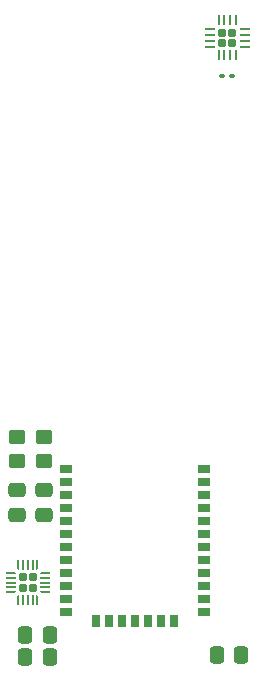
<source format=gtp>
G04 #@! TF.GenerationSoftware,KiCad,Pcbnew,8.0.2-8.0.2-0~ubuntu22.04.1*
G04 #@! TF.CreationDate,2024-05-30T09:26:34-06:00*
G04 #@! TF.ProjectId,sensor_sigfox_1.2,73656e73-6f72-45f7-9369-67666f785f31,rev?*
G04 #@! TF.SameCoordinates,Original*
G04 #@! TF.FileFunction,Paste,Top*
G04 #@! TF.FilePolarity,Positive*
%FSLAX46Y46*%
G04 Gerber Fmt 4.6, Leading zero omitted, Abs format (unit mm)*
G04 Created by KiCad (PCBNEW 8.0.2-8.0.2-0~ubuntu22.04.1) date 2024-05-30 09:26:34*
%MOMM*%
%LPD*%
G01*
G04 APERTURE LIST*
G04 Aperture macros list*
%AMRoundRect*
0 Rectangle with rounded corners*
0 $1 Rounding radius*
0 $2 $3 $4 $5 $6 $7 $8 $9 X,Y pos of 4 corners*
0 Add a 4 corners polygon primitive as box body*
4,1,4,$2,$3,$4,$5,$6,$7,$8,$9,$2,$3,0*
0 Add four circle primitives for the rounded corners*
1,1,$1+$1,$2,$3*
1,1,$1+$1,$4,$5*
1,1,$1+$1,$6,$7*
1,1,$1+$1,$8,$9*
0 Add four rect primitives between the rounded corners*
20,1,$1+$1,$2,$3,$4,$5,0*
20,1,$1+$1,$4,$5,$6,$7,0*
20,1,$1+$1,$6,$7,$8,$9,0*
20,1,$1+$1,$8,$9,$2,$3,0*%
%AMFreePoly0*
4,1,14,0.334644,0.085355,0.385355,0.034644,0.400000,-0.000711,0.400000,-0.050000,0.385355,-0.085355,0.350000,-0.100000,-0.350000,-0.100000,-0.385355,-0.085355,-0.400000,-0.050000,-0.400000,0.050000,-0.385355,0.085355,-0.350000,0.100000,0.299289,0.100000,0.334644,0.085355,0.334644,0.085355,$1*%
%AMFreePoly1*
4,1,14,0.385355,0.085355,0.400000,0.050000,0.400000,0.000711,0.385355,-0.034644,0.334644,-0.085355,0.299289,-0.100000,-0.350000,-0.100000,-0.385355,-0.085355,-0.400000,-0.050000,-0.400000,0.050000,-0.385355,0.085355,-0.350000,0.100000,0.350000,0.100000,0.385355,0.085355,0.385355,0.085355,$1*%
%AMFreePoly2*
4,1,14,0.085355,0.385355,0.100000,0.350000,0.100000,-0.350000,0.085355,-0.385355,0.050000,-0.400000,-0.050000,-0.400000,-0.085355,-0.385355,-0.100000,-0.350000,-0.100000,0.299289,-0.085355,0.334644,-0.034644,0.385355,0.000711,0.400000,0.050000,0.400000,0.085355,0.385355,0.085355,0.385355,$1*%
%AMFreePoly3*
4,1,14,0.034644,0.385355,0.085355,0.334644,0.100000,0.299289,0.100000,-0.350000,0.085355,-0.385355,0.050000,-0.400000,-0.050000,-0.400000,-0.085355,-0.385355,-0.100000,-0.350000,-0.100000,0.350000,-0.085355,0.385355,-0.050000,0.400000,-0.000711,0.400000,0.034644,0.385355,0.034644,0.385355,$1*%
%AMFreePoly4*
4,1,14,0.385355,0.085355,0.400000,0.050000,0.400000,-0.050000,0.385355,-0.085355,0.350000,-0.100000,-0.299289,-0.100000,-0.334644,-0.085355,-0.385355,-0.034644,-0.400000,0.000711,-0.400000,0.050000,-0.385355,0.085355,-0.350000,0.100000,0.350000,0.100000,0.385355,0.085355,0.385355,0.085355,$1*%
%AMFreePoly5*
4,1,14,0.385355,0.085355,0.400000,0.050000,0.400000,-0.050000,0.385355,-0.085355,0.350000,-0.100000,-0.350000,-0.100000,-0.385355,-0.085355,-0.400000,-0.050000,-0.400000,-0.000711,-0.385355,0.034644,-0.334644,0.085355,-0.299289,0.100000,0.350000,0.100000,0.385355,0.085355,0.385355,0.085355,$1*%
%AMFreePoly6*
4,1,14,0.085355,0.385355,0.100000,0.350000,0.100000,-0.299289,0.085355,-0.334644,0.034644,-0.385355,-0.000711,-0.400000,-0.050000,-0.400000,-0.085355,-0.385355,-0.100000,-0.350000,-0.100000,0.350000,-0.085355,0.385355,-0.050000,0.400000,0.050000,0.400000,0.085355,0.385355,0.085355,0.385355,$1*%
%AMFreePoly7*
4,1,14,0.085355,0.385355,0.100000,0.350000,0.100000,-0.350000,0.085355,-0.385355,0.050000,-0.400000,0.000711,-0.400000,-0.034644,-0.385355,-0.085355,-0.334644,-0.100000,-0.299289,-0.100000,0.350000,-0.085355,0.385355,-0.050000,0.400000,0.050000,0.400000,0.085355,0.385355,0.085355,0.385355,$1*%
G04 Aperture macros list end*
%ADD10RoundRect,0.250000X-0.337500X-0.475000X0.337500X-0.475000X0.337500X0.475000X-0.337500X0.475000X0*%
%ADD11RoundRect,0.172500X-0.172500X-0.172500X0.172500X-0.172500X0.172500X0.172500X-0.172500X0.172500X0*%
%ADD12RoundRect,0.062500X-0.350000X-0.062500X0.350000X-0.062500X0.350000X0.062500X-0.350000X0.062500X0*%
%ADD13RoundRect,0.062500X-0.062500X-0.350000X0.062500X-0.350000X0.062500X0.350000X-0.062500X0.350000X0*%
%ADD14RoundRect,0.250000X0.450000X-0.350000X0.450000X0.350000X-0.450000X0.350000X-0.450000X-0.350000X0*%
%ADD15RoundRect,0.090000X-0.139000X-0.090000X0.139000X-0.090000X0.139000X0.090000X-0.139000X0.090000X0*%
%ADD16RoundRect,0.250000X-0.475000X0.337500X-0.475000X-0.337500X0.475000X-0.337500X0.475000X0.337500X0*%
%ADD17RoundRect,0.250000X0.337500X0.475000X-0.337500X0.475000X-0.337500X-0.475000X0.337500X-0.475000X0*%
%ADD18R,1.000000X0.700000*%
%ADD19R,0.700000X1.000000*%
%ADD20RoundRect,0.172500X0.172500X-0.172500X0.172500X0.172500X-0.172500X0.172500X-0.172500X-0.172500X0*%
%ADD21FreePoly0,90.000000*%
%ADD22RoundRect,0.050000X0.050000X-0.350000X0.050000X0.350000X-0.050000X0.350000X-0.050000X-0.350000X0*%
%ADD23FreePoly1,90.000000*%
%ADD24FreePoly2,90.000000*%
%ADD25RoundRect,0.050000X0.350000X-0.050000X0.350000X0.050000X-0.350000X0.050000X-0.350000X-0.050000X0*%
%ADD26FreePoly3,90.000000*%
%ADD27FreePoly4,90.000000*%
%ADD28FreePoly5,90.000000*%
%ADD29FreePoly6,90.000000*%
%ADD30FreePoly7,90.000000*%
G04 APERTURE END LIST*
D10*
X120127500Y-88889000D03*
X122202500Y-88889000D03*
D11*
X136800000Y-37916802D03*
X136800000Y-38766802D03*
X137650000Y-37916802D03*
X137650000Y-38766802D03*
D12*
X135762500Y-37591802D03*
X135762500Y-38091802D03*
X135762500Y-38591802D03*
X135762500Y-39091802D03*
D13*
X136475000Y-39804302D03*
X136975000Y-39804302D03*
X137475000Y-39804302D03*
X137975000Y-39804302D03*
D12*
X138687500Y-39091802D03*
X138687500Y-38591802D03*
X138687500Y-38091802D03*
X138687500Y-37591802D03*
D13*
X137975000Y-36879302D03*
X137475000Y-36879302D03*
X136975000Y-36879302D03*
X136475000Y-36879302D03*
D10*
X120127500Y-90786000D03*
X122202500Y-90786000D03*
D14*
X119415000Y-74139000D03*
X119415000Y-72139000D03*
D15*
X137642000Y-41585802D03*
X136777000Y-41585802D03*
D16*
X119415000Y-76639000D03*
X119415000Y-78714000D03*
X121665000Y-76639000D03*
X121665000Y-78714000D03*
D17*
X138415000Y-90639000D03*
X136340000Y-90639000D03*
D18*
X123555000Y-74839000D03*
X123555000Y-75939000D03*
X123555000Y-77039000D03*
X123555000Y-78139000D03*
X123555000Y-79239000D03*
X123555000Y-80339000D03*
X123555000Y-81439000D03*
X123555000Y-82539000D03*
X123555000Y-83639000D03*
X123555000Y-84739000D03*
X123555000Y-85839000D03*
X123555000Y-86939000D03*
D19*
X126115000Y-87749000D03*
X127215000Y-87749000D03*
X128315000Y-87749000D03*
X129415000Y-87749000D03*
X130515000Y-87749000D03*
X131615000Y-87749000D03*
X132715000Y-87749000D03*
D18*
X135275000Y-86939000D03*
X135275000Y-85839000D03*
X135275000Y-84739000D03*
X135275000Y-83639000D03*
X135275000Y-82539000D03*
X135275000Y-81439000D03*
X135275000Y-80339000D03*
X135275000Y-79239000D03*
X135275000Y-78139000D03*
X135275000Y-77039000D03*
X135275000Y-75939000D03*
X135275000Y-74839000D03*
D14*
X121665000Y-74139000D03*
X121665000Y-72139000D03*
D20*
X119915000Y-84889000D03*
X120765000Y-84889000D03*
X119915000Y-84039000D03*
X120765000Y-84039000D03*
D21*
X119540000Y-85914000D03*
D22*
X119940000Y-85914000D03*
X120340000Y-85914000D03*
X120740000Y-85914000D03*
D23*
X121140000Y-85914000D03*
D24*
X121790000Y-85264000D03*
D25*
X121790000Y-84864000D03*
X121790000Y-84464000D03*
X121790000Y-84064000D03*
D26*
X121790000Y-83664000D03*
D27*
X121140000Y-83014000D03*
D22*
X120740000Y-83014000D03*
X120340000Y-83014000D03*
X119940000Y-83014000D03*
D28*
X119540000Y-83014000D03*
D29*
X118890000Y-83664000D03*
D25*
X118890000Y-84064000D03*
X118890000Y-84464000D03*
X118890000Y-84864000D03*
D30*
X118890000Y-85264000D03*
M02*

</source>
